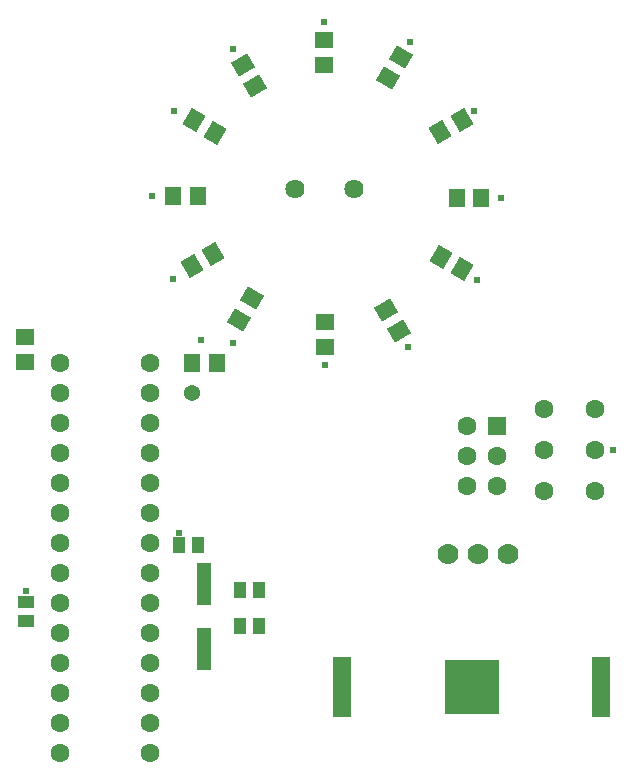
<source format=gbs>
G04*
G04 #@! TF.GenerationSoftware,Altium Limited,Altium Designer,20.1.12 (249)*
G04*
G04 Layer_Color=16711935*
%FSLAX24Y24*%
%MOIN*%
G70*
G04*
G04 #@! TF.SameCoordinates,C2A8BCA2-F393-4655-900F-186C9399D15C*
G04*
G04*
G04 #@! TF.FilePolarity,Negative*
G04*
G01*
G75*
%ADD26C,0.0631*%
%ADD27C,0.0640*%
%ADD28C,0.0700*%
%ADD29R,0.0631X0.0631*%
%ADD30C,0.0240*%
%ADD31C,0.0540*%
%ADD51R,0.0532X0.0631*%
%ADD52R,0.0631X0.0532*%
G04:AMPARAMS|DCode=53|XSize=63.1mil|YSize=53.2mil|CornerRadius=0mil|HoleSize=0mil|Usage=FLASHONLY|Rotation=150.000|XOffset=0mil|YOffset=0mil|HoleType=Round|Shape=Rectangle|*
%AMROTATEDRECTD53*
4,1,4,0.0406,0.0073,0.0140,-0.0388,-0.0406,-0.0073,-0.0140,0.0388,0.0406,0.0073,0.0*
%
%ADD53ROTATEDRECTD53*%

G04:AMPARAMS|DCode=54|XSize=63.1mil|YSize=53.2mil|CornerRadius=0mil|HoleSize=0mil|Usage=FLASHONLY|Rotation=120.000|XOffset=0mil|YOffset=0mil|HoleType=Round|Shape=Rectangle|*
%AMROTATEDRECTD54*
4,1,4,0.0388,-0.0140,-0.0073,-0.0406,-0.0388,0.0140,0.0073,0.0406,0.0388,-0.0140,0.0*
%
%ADD54ROTATEDRECTD54*%

G04:AMPARAMS|DCode=55|XSize=63.1mil|YSize=53.2mil|CornerRadius=0mil|HoleSize=0mil|Usage=FLASHONLY|Rotation=60.000|XOffset=0mil|YOffset=0mil|HoleType=Round|Shape=Rectangle|*
%AMROTATEDRECTD55*
4,1,4,0.0073,-0.0406,-0.0388,-0.0140,-0.0073,0.0406,0.0388,0.0140,0.0073,-0.0406,0.0*
%
%ADD55ROTATEDRECTD55*%

G04:AMPARAMS|DCode=56|XSize=63.1mil|YSize=53.2mil|CornerRadius=0mil|HoleSize=0mil|Usage=FLASHONLY|Rotation=30.000|XOffset=0mil|YOffset=0mil|HoleType=Round|Shape=Rectangle|*
%AMROTATEDRECTD56*
4,1,4,-0.0140,-0.0388,-0.0406,0.0073,0.0140,0.0388,0.0406,-0.0073,-0.0140,-0.0388,0.0*
%
%ADD56ROTATEDRECTD56*%

%ADD57R,0.0414X0.0572*%
%ADD58R,0.0572X0.0414*%
%ADD59R,0.1812X0.1812*%
%ADD60R,0.0631X0.2048*%
%ADD61R,0.0512X0.1418*%
D26*
X19570Y10080D02*
D03*
X17860Y12820D02*
D03*
Y11450D02*
D03*
Y10080D02*
D03*
X19570Y11450D02*
D03*
Y12820D02*
D03*
X1730Y14350D02*
D03*
Y13350D02*
D03*
Y11350D02*
D03*
Y12350D02*
D03*
Y8350D02*
D03*
Y7350D02*
D03*
Y9350D02*
D03*
Y10350D02*
D03*
Y2350D02*
D03*
Y1350D02*
D03*
Y4350D02*
D03*
Y3350D02*
D03*
Y5350D02*
D03*
Y6350D02*
D03*
X4730D02*
D03*
Y5350D02*
D03*
Y3350D02*
D03*
Y4350D02*
D03*
Y1350D02*
D03*
Y2350D02*
D03*
Y10350D02*
D03*
Y9350D02*
D03*
Y7350D02*
D03*
Y8350D02*
D03*
Y12350D02*
D03*
Y11350D02*
D03*
Y13350D02*
D03*
Y14350D02*
D03*
X16300Y11240D02*
D03*
X15300D02*
D03*
X16300Y10240D02*
D03*
X15300Y12240D02*
D03*
Y10240D02*
D03*
D27*
X9560Y20140D02*
D03*
X11529D02*
D03*
D28*
X15690Y7970D02*
D03*
X14690D02*
D03*
X16690D02*
D03*
D29*
X16300Y12240D02*
D03*
D30*
X5700Y8673D02*
D03*
X610Y6740D02*
D03*
X7510Y15010D02*
D03*
X6450Y15120D02*
D03*
X5536Y22740D02*
D03*
X4820Y19910D02*
D03*
X5517Y17139D02*
D03*
X10590Y14285D02*
D03*
X13340Y14880D02*
D03*
X15650Y17120D02*
D03*
X16433Y19850D02*
D03*
X15540Y22740D02*
D03*
X13400Y25050D02*
D03*
X10530Y25701D02*
D03*
X7510Y24820D02*
D03*
X20170Y11450D02*
D03*
D31*
X6142Y13350D02*
D03*
D51*
X6963Y14350D02*
D03*
X6137D02*
D03*
X15793Y19850D02*
D03*
X14967D02*
D03*
X5517Y19910D02*
D03*
X6343D02*
D03*
D52*
X560Y14377D02*
D03*
Y15203D02*
D03*
X10590Y14897D02*
D03*
Y15723D02*
D03*
X10530Y25123D02*
D03*
Y24297D02*
D03*
D53*
X13097Y24548D02*
D03*
X12683Y23832D02*
D03*
X7723Y15782D02*
D03*
X8137Y16498D02*
D03*
D54*
X15138Y22447D02*
D03*
X14422Y22033D02*
D03*
X6142Y17583D02*
D03*
X6858Y17997D02*
D03*
D55*
X15158Y17483D02*
D03*
X14442Y17897D02*
D03*
X6202Y22437D02*
D03*
X6918Y22023D02*
D03*
D56*
X13037Y15412D02*
D03*
X12623Y16128D02*
D03*
X7843Y24288D02*
D03*
X8257Y23572D02*
D03*
D57*
X6330Y8290D02*
D03*
X5700D02*
D03*
X8385Y6790D02*
D03*
X7755D02*
D03*
X8385Y5590D02*
D03*
X7755D02*
D03*
D58*
X610Y5735D02*
D03*
Y6365D02*
D03*
D59*
X15460Y3540D02*
D03*
D60*
X11149D02*
D03*
X19771D02*
D03*
D61*
X6550Y4827D02*
D03*
Y6993D02*
D03*
M02*

</source>
